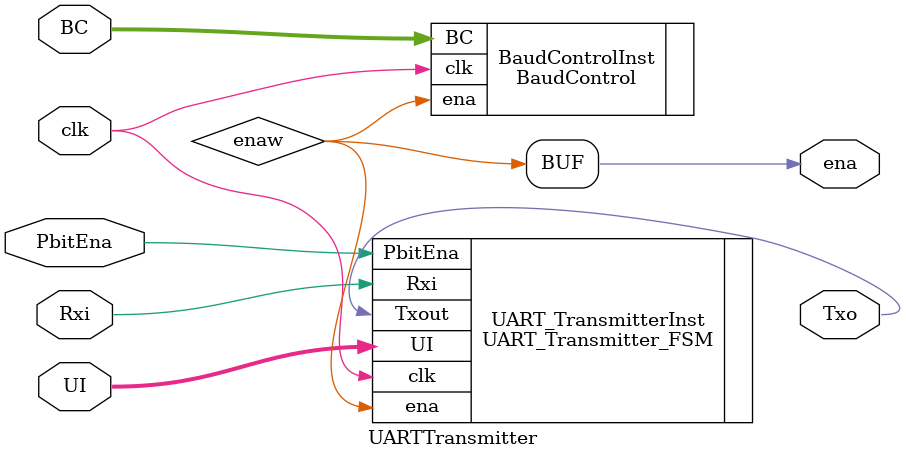
<source format=v>
module UARTTransmitter(
	input clk, //50Mhz
	input PbitEna, //if high then Parity bit is checked and sent
	input Rxi, //receiver that receives the reset signal from the UART receiver
	output ena, //not connected
	input [7:0]UI, //User data inputs
	input [2:0]BC, //baud control can include 3 more baud rate selections
	output Txo	 //Transmitted UART signal
);

	/* baud rate selections (~BC[2]&~BC[1]&BC[0])?Baud_19200:(~BC[2]&BC[1]&~BC[0])?Baud_38400:(~BC[2]&BC[1]&BC[0])?Baud_57600:(BC[2]&~BC[1]&~BC[0])?Baud_115200:Baud_9600;
	50Mhz/bps=clkfrequency/bps
	parameter Baud_9600 = 434; 9600 bauds * 12 = 112500 bps;
	parameter Baud_19200 = 217; 19200 bauds * 12 = 230400 bps;
	parameter Baud_38400 = 108 or 109; 38400 bauds * 12 =  460800 bps; with 108=462963bps
	parameter Baud_57600 = 72; 57600 bauds * 12 = 691200 bps; 694444
	parameter Baud_115200 = 36; 115200 bauds * 12 = 1382400 bps;
	*/
	
	wire enaw; //modified clk rate for the transmitter	
	
	assign ena = enaw;

	
	BaudControl BaudControlInst(.clk(clk), .BC(BC), .ena(enaw));
	
	UART_Transmitter_FSM UART_TransmitterInst(.clk(clk), .PbitEna(PbitEna), .ena(enaw), .Rxi(Rxi), .UI(UI), .Txout(Txo));
		
endmodule
</source>
